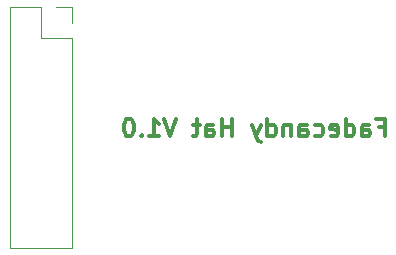
<source format=gbr>
G04 #@! TF.GenerationSoftware,KiCad,Pcbnew,(5.1.4)-1*
G04 #@! TF.CreationDate,2021-11-04T12:11:43-05:00*
G04 #@! TF.ProjectId,FadecandyHatV1.0,46616465-6361-46e6-9479-48617456312e,rev?*
G04 #@! TF.SameCoordinates,Original*
G04 #@! TF.FileFunction,Legend,Bot*
G04 #@! TF.FilePolarity,Positive*
%FSLAX46Y46*%
G04 Gerber Fmt 4.6, Leading zero omitted, Abs format (unit mm)*
G04 Created by KiCad (PCBNEW (5.1.4)-1) date 2021-11-04 12:11:43*
%MOMM*%
%LPD*%
G04 APERTURE LIST*
%ADD10C,0.300000*%
%ADD11C,0.120000*%
G04 APERTURE END LIST*
D10*
X31140000Y-11392857D02*
X31640000Y-11392857D01*
X31640000Y-12178571D02*
X31640000Y-10678571D01*
X30925714Y-10678571D01*
X29711428Y-12178571D02*
X29711428Y-11392857D01*
X29782857Y-11250000D01*
X29925714Y-11178571D01*
X30211428Y-11178571D01*
X30354285Y-11250000D01*
X29711428Y-12107142D02*
X29854285Y-12178571D01*
X30211428Y-12178571D01*
X30354285Y-12107142D01*
X30425714Y-11964285D01*
X30425714Y-11821428D01*
X30354285Y-11678571D01*
X30211428Y-11607142D01*
X29854285Y-11607142D01*
X29711428Y-11535714D01*
X28354285Y-12178571D02*
X28354285Y-10678571D01*
X28354285Y-12107142D02*
X28497142Y-12178571D01*
X28782857Y-12178571D01*
X28925714Y-12107142D01*
X28997142Y-12035714D01*
X29068571Y-11892857D01*
X29068571Y-11464285D01*
X28997142Y-11321428D01*
X28925714Y-11250000D01*
X28782857Y-11178571D01*
X28497142Y-11178571D01*
X28354285Y-11250000D01*
X27068571Y-12107142D02*
X27211428Y-12178571D01*
X27497142Y-12178571D01*
X27639999Y-12107142D01*
X27711428Y-11964285D01*
X27711428Y-11392857D01*
X27639999Y-11250000D01*
X27497142Y-11178571D01*
X27211428Y-11178571D01*
X27068571Y-11250000D01*
X26997142Y-11392857D01*
X26997142Y-11535714D01*
X27711428Y-11678571D01*
X25711428Y-12107142D02*
X25854285Y-12178571D01*
X26139999Y-12178571D01*
X26282857Y-12107142D01*
X26354285Y-12035714D01*
X26425714Y-11892857D01*
X26425714Y-11464285D01*
X26354285Y-11321428D01*
X26282857Y-11250000D01*
X26139999Y-11178571D01*
X25854285Y-11178571D01*
X25711428Y-11250000D01*
X24425714Y-12178571D02*
X24425714Y-11392857D01*
X24497142Y-11250000D01*
X24639999Y-11178571D01*
X24925714Y-11178571D01*
X25068571Y-11250000D01*
X24425714Y-12107142D02*
X24568571Y-12178571D01*
X24925714Y-12178571D01*
X25068571Y-12107142D01*
X25139999Y-11964285D01*
X25139999Y-11821428D01*
X25068571Y-11678571D01*
X24925714Y-11607142D01*
X24568571Y-11607142D01*
X24425714Y-11535714D01*
X23711428Y-11178571D02*
X23711428Y-12178571D01*
X23711428Y-11321428D02*
X23639999Y-11250000D01*
X23497142Y-11178571D01*
X23282857Y-11178571D01*
X23139999Y-11250000D01*
X23068571Y-11392857D01*
X23068571Y-12178571D01*
X21711428Y-12178571D02*
X21711428Y-10678571D01*
X21711428Y-12107142D02*
X21854285Y-12178571D01*
X22140000Y-12178571D01*
X22282857Y-12107142D01*
X22354285Y-12035714D01*
X22425714Y-11892857D01*
X22425714Y-11464285D01*
X22354285Y-11321428D01*
X22282857Y-11250000D01*
X22140000Y-11178571D01*
X21854285Y-11178571D01*
X21711428Y-11250000D01*
X21140000Y-11178571D02*
X20782857Y-12178571D01*
X20425714Y-11178571D02*
X20782857Y-12178571D01*
X20925714Y-12535714D01*
X20997142Y-12607142D01*
X21140000Y-12678571D01*
X18711428Y-12178571D02*
X18711428Y-10678571D01*
X18711428Y-11392857D02*
X17854285Y-11392857D01*
X17854285Y-12178571D02*
X17854285Y-10678571D01*
X16497142Y-12178571D02*
X16497142Y-11392857D01*
X16568571Y-11250000D01*
X16711428Y-11178571D01*
X16997142Y-11178571D01*
X17140000Y-11250000D01*
X16497142Y-12107142D02*
X16640000Y-12178571D01*
X16997142Y-12178571D01*
X17140000Y-12107142D01*
X17211428Y-11964285D01*
X17211428Y-11821428D01*
X17140000Y-11678571D01*
X16997142Y-11607142D01*
X16640000Y-11607142D01*
X16497142Y-11535714D01*
X15997142Y-11178571D02*
X15425714Y-11178571D01*
X15782857Y-10678571D02*
X15782857Y-11964285D01*
X15711428Y-12107142D01*
X15568571Y-12178571D01*
X15425714Y-12178571D01*
X13997142Y-10678571D02*
X13497142Y-12178571D01*
X12997142Y-10678571D01*
X11711428Y-12178571D02*
X12568571Y-12178571D01*
X12140000Y-12178571D02*
X12140000Y-10678571D01*
X12282857Y-10892857D01*
X12425714Y-11035714D01*
X12568571Y-11107142D01*
X11068571Y-12035714D02*
X10997142Y-12107142D01*
X11068571Y-12178571D01*
X11140000Y-12107142D01*
X11068571Y-12035714D01*
X11068571Y-12178571D01*
X10068571Y-10678571D02*
X9925714Y-10678571D01*
X9782857Y-10750000D01*
X9711428Y-10821428D01*
X9640000Y-10964285D01*
X9568571Y-11250000D01*
X9568571Y-11607142D01*
X9640000Y-11892857D01*
X9711428Y-12035714D01*
X9782857Y-12107142D01*
X9925714Y-12178571D01*
X10068571Y-12178571D01*
X10211428Y-12107142D01*
X10282857Y-12035714D01*
X10354285Y-11892857D01*
X10425714Y-11607142D01*
X10425714Y-11250000D01*
X10354285Y-10964285D01*
X10282857Y-10821428D01*
X10211428Y-10750000D01*
X10068571Y-10678571D01*
D11*
X5140000Y-21650000D02*
X-60000Y-21650000D01*
X5140000Y-3810000D02*
X5140000Y-21650000D01*
X-60000Y-1210000D02*
X-60000Y-21650000D01*
X5140000Y-3810000D02*
X2540000Y-3810000D01*
X2540000Y-3810000D02*
X2540000Y-1210000D01*
X2540000Y-1210000D02*
X-60000Y-1210000D01*
X5140000Y-2540000D02*
X5140000Y-1210000D01*
X5140000Y-1210000D02*
X3810000Y-1210000D01*
M02*

</source>
